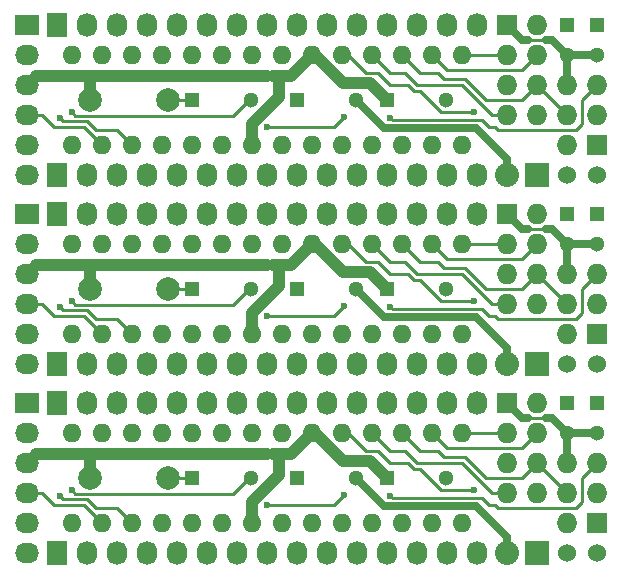
<source format=gtl>
G04 #@! TF.FileFunction,Copper,L1,Top,Signal*
%FSLAX46Y46*%
G04 Gerber Fmt 4.6, Leading zero omitted, Abs format (unit mm)*
G04 Created by KiCad (PCBNEW 4.0.0-rc2-stable) date 20/11/2015 20:33:50*
%MOMM*%
G01*
G04 APERTURE LIST*
%ADD10C,0.100000*%
%ADD11R,1.727200X2.032000*%
%ADD12O,1.727200X2.032000*%
%ADD13R,1.727200X1.727200*%
%ADD14O,1.727200X1.727200*%
%ADD15R,2.032000X2.032000*%
%ADD16O,2.032000X2.032000*%
%ADD17R,1.300000X1.300000*%
%ADD18C,1.300000*%
%ADD19C,1.998980*%
%ADD20O,1.600000X1.600000*%
%ADD21R,2.032000X1.727200*%
%ADD22O,2.032000X1.727200*%
%ADD23C,1.524000*%
%ADD24C,0.600000*%
%ADD25C,1.000000*%
%ADD26C,0.250000*%
%ADD27C,0.700000*%
G04 APERTURE END LIST*
D10*
D11*
X199390000Y-132080000D03*
D12*
X201930000Y-132080000D03*
X204470000Y-132080000D03*
X207010000Y-132080000D03*
X209550000Y-132080000D03*
X212090000Y-132080000D03*
X214630000Y-132080000D03*
X217170000Y-132080000D03*
X219710000Y-132080000D03*
X222250000Y-132080000D03*
X224790000Y-132080000D03*
X227330000Y-132080000D03*
X229870000Y-132080000D03*
X232410000Y-132080000D03*
X234950000Y-132080000D03*
D13*
X237490000Y-132080000D03*
D14*
X240030000Y-132080000D03*
X237490000Y-134620000D03*
X240030000Y-134620000D03*
X237490000Y-137160000D03*
X240030000Y-137160000D03*
X237490000Y-139700000D03*
X240030000Y-139700000D03*
D15*
X240030000Y-128778000D03*
D16*
X237490000Y-128778000D03*
D13*
X237490000Y-116078000D03*
D14*
X240030000Y-116078000D03*
X237490000Y-118618000D03*
X240030000Y-118618000D03*
X237490000Y-121158000D03*
X240030000Y-121158000D03*
X237490000Y-123698000D03*
X240030000Y-123698000D03*
D17*
X245110000Y-116078000D03*
D18*
X245110000Y-118578000D03*
D13*
X245110000Y-126238000D03*
D14*
X242570000Y-126238000D03*
X245110000Y-123698000D03*
X242570000Y-123698000D03*
X245110000Y-121158000D03*
X242570000Y-121158000D03*
D19*
X202184000Y-122428000D03*
X208788000Y-122428000D03*
D17*
X242570000Y-116078000D03*
D18*
X242570000Y-118578000D03*
D11*
X199390000Y-128778000D03*
D12*
X201930000Y-128778000D03*
X204470000Y-128778000D03*
X207010000Y-128778000D03*
X209550000Y-128778000D03*
X212090000Y-128778000D03*
X214630000Y-128778000D03*
X217170000Y-128778000D03*
X219710000Y-128778000D03*
X222250000Y-128778000D03*
X224790000Y-128778000D03*
X227330000Y-128778000D03*
X229870000Y-128778000D03*
X232410000Y-128778000D03*
X234950000Y-128778000D03*
D20*
X200660000Y-126238000D03*
X203200000Y-126238000D03*
X205740000Y-126238000D03*
X208280000Y-126238000D03*
X210820000Y-126238000D03*
X213360000Y-126238000D03*
X215900000Y-126238000D03*
X218440000Y-126238000D03*
X220980000Y-126238000D03*
X223520000Y-126238000D03*
X226060000Y-126238000D03*
X228600000Y-126238000D03*
X231140000Y-126238000D03*
X233680000Y-126238000D03*
X233680000Y-118618000D03*
X231140000Y-118618000D03*
X228600000Y-118618000D03*
X226060000Y-118618000D03*
X223520000Y-118618000D03*
X220980000Y-118618000D03*
X218440000Y-118618000D03*
X215900000Y-118618000D03*
X213360000Y-118618000D03*
X210820000Y-118618000D03*
X208280000Y-118618000D03*
X205740000Y-118618000D03*
X203200000Y-118618000D03*
X200660000Y-118618000D03*
D11*
X199390000Y-116078000D03*
D12*
X201930000Y-116078000D03*
X204470000Y-116078000D03*
X207010000Y-116078000D03*
X209550000Y-116078000D03*
X212090000Y-116078000D03*
X214630000Y-116078000D03*
X217170000Y-116078000D03*
X219710000Y-116078000D03*
X222250000Y-116078000D03*
X224790000Y-116078000D03*
X227330000Y-116078000D03*
X229870000Y-116078000D03*
X232410000Y-116078000D03*
X234950000Y-116078000D03*
D21*
X196850000Y-116078000D03*
D22*
X196850000Y-118618000D03*
X196850000Y-121158000D03*
X196850000Y-123698000D03*
X196850000Y-126238000D03*
X196850000Y-128778000D03*
D17*
X227330000Y-122428000D03*
D18*
X232330000Y-122428000D03*
D17*
X219710000Y-122428000D03*
D18*
X224710000Y-122428000D03*
D17*
X210820000Y-122428000D03*
D18*
X215820000Y-122428000D03*
D23*
X242570000Y-128778000D03*
X245110000Y-128778000D03*
D15*
X240030000Y-144780000D03*
D16*
X237490000Y-144780000D03*
D13*
X237490000Y-132080000D03*
D14*
X240030000Y-132080000D03*
X237490000Y-134620000D03*
X240030000Y-134620000D03*
X237490000Y-137160000D03*
X240030000Y-137160000D03*
X237490000Y-139700000D03*
X240030000Y-139700000D03*
D17*
X245110000Y-132080000D03*
D18*
X245110000Y-134580000D03*
D13*
X245110000Y-142240000D03*
D14*
X242570000Y-142240000D03*
X245110000Y-139700000D03*
X242570000Y-139700000D03*
X245110000Y-137160000D03*
X242570000Y-137160000D03*
D19*
X202184000Y-138430000D03*
X208788000Y-138430000D03*
D17*
X242570000Y-132080000D03*
D18*
X242570000Y-134580000D03*
D11*
X199390000Y-144780000D03*
D12*
X201930000Y-144780000D03*
X204470000Y-144780000D03*
X207010000Y-144780000D03*
X209550000Y-144780000D03*
X212090000Y-144780000D03*
X214630000Y-144780000D03*
X217170000Y-144780000D03*
X219710000Y-144780000D03*
X222250000Y-144780000D03*
X224790000Y-144780000D03*
X227330000Y-144780000D03*
X229870000Y-144780000D03*
X232410000Y-144780000D03*
X234950000Y-144780000D03*
D20*
X200660000Y-142240000D03*
X203200000Y-142240000D03*
X205740000Y-142240000D03*
X208280000Y-142240000D03*
X210820000Y-142240000D03*
X213360000Y-142240000D03*
X215900000Y-142240000D03*
X218440000Y-142240000D03*
X220980000Y-142240000D03*
X223520000Y-142240000D03*
X226060000Y-142240000D03*
X228600000Y-142240000D03*
X231140000Y-142240000D03*
X233680000Y-142240000D03*
X233680000Y-134620000D03*
X231140000Y-134620000D03*
X228600000Y-134620000D03*
X226060000Y-134620000D03*
X223520000Y-134620000D03*
X220980000Y-134620000D03*
X218440000Y-134620000D03*
X215900000Y-134620000D03*
X213360000Y-134620000D03*
X210820000Y-134620000D03*
X208280000Y-134620000D03*
X205740000Y-134620000D03*
X203200000Y-134620000D03*
X200660000Y-134620000D03*
D11*
X199390000Y-132080000D03*
D12*
X201930000Y-132080000D03*
X204470000Y-132080000D03*
X207010000Y-132080000D03*
X209550000Y-132080000D03*
X212090000Y-132080000D03*
X214630000Y-132080000D03*
X217170000Y-132080000D03*
X219710000Y-132080000D03*
X222250000Y-132080000D03*
X224790000Y-132080000D03*
X227330000Y-132080000D03*
X229870000Y-132080000D03*
X232410000Y-132080000D03*
X234950000Y-132080000D03*
D21*
X196850000Y-132080000D03*
D22*
X196850000Y-134620000D03*
X196850000Y-137160000D03*
X196850000Y-139700000D03*
X196850000Y-142240000D03*
X196850000Y-144780000D03*
D17*
X227330000Y-138430000D03*
D18*
X232330000Y-138430000D03*
D17*
X219710000Y-138430000D03*
D18*
X224710000Y-138430000D03*
D17*
X210820000Y-138430000D03*
D18*
X215820000Y-138430000D03*
D23*
X242570000Y-144780000D03*
X245110000Y-144780000D03*
D15*
X240030000Y-112776000D03*
D16*
X237490000Y-112776000D03*
D13*
X237490000Y-100076000D03*
D14*
X240030000Y-100076000D03*
X237490000Y-102616000D03*
X240030000Y-102616000D03*
X237490000Y-105156000D03*
X240030000Y-105156000D03*
X237490000Y-107696000D03*
X240030000Y-107696000D03*
D17*
X245110000Y-100076000D03*
D18*
X245110000Y-102576000D03*
D13*
X245110000Y-110236000D03*
D14*
X242570000Y-110236000D03*
X245110000Y-107696000D03*
X242570000Y-107696000D03*
X245110000Y-105156000D03*
X242570000Y-105156000D03*
D19*
X202184000Y-106426000D03*
X208788000Y-106426000D03*
D17*
X242570000Y-100076000D03*
D18*
X242570000Y-102576000D03*
D11*
X199390000Y-112776000D03*
D12*
X201930000Y-112776000D03*
X204470000Y-112776000D03*
X207010000Y-112776000D03*
X209550000Y-112776000D03*
X212090000Y-112776000D03*
X214630000Y-112776000D03*
X217170000Y-112776000D03*
X219710000Y-112776000D03*
X222250000Y-112776000D03*
X224790000Y-112776000D03*
X227330000Y-112776000D03*
X229870000Y-112776000D03*
X232410000Y-112776000D03*
X234950000Y-112776000D03*
D20*
X200660000Y-110236000D03*
X203200000Y-110236000D03*
X205740000Y-110236000D03*
X208280000Y-110236000D03*
X210820000Y-110236000D03*
X213360000Y-110236000D03*
X215900000Y-110236000D03*
X218440000Y-110236000D03*
X220980000Y-110236000D03*
X223520000Y-110236000D03*
X226060000Y-110236000D03*
X228600000Y-110236000D03*
X231140000Y-110236000D03*
X233680000Y-110236000D03*
X233680000Y-102616000D03*
X231140000Y-102616000D03*
X228600000Y-102616000D03*
X226060000Y-102616000D03*
X223520000Y-102616000D03*
X220980000Y-102616000D03*
X218440000Y-102616000D03*
X215900000Y-102616000D03*
X213360000Y-102616000D03*
X210820000Y-102616000D03*
X208280000Y-102616000D03*
X205740000Y-102616000D03*
X203200000Y-102616000D03*
X200660000Y-102616000D03*
D11*
X199390000Y-100076000D03*
D12*
X201930000Y-100076000D03*
X204470000Y-100076000D03*
X207010000Y-100076000D03*
X209550000Y-100076000D03*
X212090000Y-100076000D03*
X214630000Y-100076000D03*
X217170000Y-100076000D03*
X219710000Y-100076000D03*
X222250000Y-100076000D03*
X224790000Y-100076000D03*
X227330000Y-100076000D03*
X229870000Y-100076000D03*
X232410000Y-100076000D03*
X234950000Y-100076000D03*
D21*
X196850000Y-100076000D03*
D22*
X196850000Y-102616000D03*
X196850000Y-105156000D03*
X196850000Y-107696000D03*
X196850000Y-110236000D03*
X196850000Y-112776000D03*
D17*
X227330000Y-106426000D03*
D18*
X232330000Y-106426000D03*
D17*
X219710000Y-106426000D03*
D18*
X224710000Y-106426000D03*
D17*
X210820000Y-106426000D03*
D18*
X215820000Y-106426000D03*
D23*
X242570000Y-112776000D03*
X245110000Y-112776000D03*
D24*
X217170000Y-124714000D03*
X223723200Y-123850400D03*
X227634800Y-123901200D03*
X217170000Y-140716000D03*
X223723200Y-139852400D03*
X227634800Y-139903200D03*
X217170000Y-108712000D03*
X223723200Y-107848400D03*
X227634800Y-107899200D03*
X200660000Y-123444000D03*
X200660000Y-139446000D03*
X200660000Y-107442000D03*
X199644000Y-123952000D03*
X199644000Y-139954000D03*
X199644000Y-107950000D03*
X234696000Y-123444000D03*
X234696000Y-139446000D03*
X234696000Y-107442000D03*
D25*
X220980000Y-118618000D02*
X221234000Y-118618000D01*
X221234000Y-118618000D02*
X223583002Y-120967002D01*
X225869002Y-120967002D02*
X227330000Y-122428000D01*
X223583002Y-120967002D02*
X225869002Y-120967002D01*
X215900000Y-126238000D02*
X215900000Y-124460000D01*
X218186000Y-122174000D02*
X218186000Y-120396000D01*
X215900000Y-124460000D02*
X218186000Y-122174000D01*
X202184000Y-122428000D02*
X202184000Y-120396000D01*
D26*
X196850000Y-121158000D02*
X197612000Y-120396000D01*
D25*
X219202000Y-120396000D02*
X220980000Y-118618000D01*
X197612000Y-120396000D02*
X202184000Y-120396000D01*
X202184000Y-120396000D02*
X217170000Y-120396000D01*
D26*
X217170000Y-120396000D02*
X217678000Y-120396000D01*
D25*
X217678000Y-120396000D02*
X218186000Y-120396000D01*
X218186000Y-120396000D02*
X219202000Y-120396000D01*
X220980000Y-134620000D02*
X221234000Y-134620000D01*
X221234000Y-134620000D02*
X223583002Y-136969002D01*
X225869002Y-136969002D02*
X227330000Y-138430000D01*
X223583002Y-136969002D02*
X225869002Y-136969002D01*
X215900000Y-142240000D02*
X215900000Y-140462000D01*
X218186000Y-138176000D02*
X218186000Y-136398000D01*
X215900000Y-140462000D02*
X218186000Y-138176000D01*
X202184000Y-138430000D02*
X202184000Y-136398000D01*
D26*
X196850000Y-137160000D02*
X197612000Y-136398000D01*
D25*
X219202000Y-136398000D02*
X220980000Y-134620000D01*
X197612000Y-136398000D02*
X202184000Y-136398000D01*
X202184000Y-136398000D02*
X217170000Y-136398000D01*
D26*
X217170000Y-136398000D02*
X217678000Y-136398000D01*
D25*
X217678000Y-136398000D02*
X218186000Y-136398000D01*
X218186000Y-136398000D02*
X219202000Y-136398000D01*
X220980000Y-102616000D02*
X221234000Y-102616000D01*
X221234000Y-102616000D02*
X223583002Y-104965002D01*
X225869002Y-104965002D02*
X227330000Y-106426000D01*
X223583002Y-104965002D02*
X225869002Y-104965002D01*
X215900000Y-110236000D02*
X215900000Y-108458000D01*
X218186000Y-106172000D02*
X218186000Y-104394000D01*
X215900000Y-108458000D02*
X218186000Y-106172000D01*
X202184000Y-106426000D02*
X202184000Y-104394000D01*
D26*
X196850000Y-105156000D02*
X197612000Y-104394000D01*
D25*
X219202000Y-104394000D02*
X220980000Y-102616000D01*
X197612000Y-104394000D02*
X202184000Y-104394000D01*
X202184000Y-104394000D02*
X217170000Y-104394000D01*
D26*
X217170000Y-104394000D02*
X217678000Y-104394000D01*
D25*
X217678000Y-104394000D02*
X218186000Y-104394000D01*
X218186000Y-104394000D02*
X219202000Y-104394000D01*
D27*
X237490000Y-128778000D02*
X237490000Y-127431800D01*
X227097600Y-124815600D02*
X224710000Y-122428000D01*
X234873800Y-124815600D02*
X227097600Y-124815600D01*
X237490000Y-127431800D02*
X234873800Y-124815600D01*
X237490000Y-116078000D02*
X238760000Y-117348000D01*
X241340000Y-117348000D02*
X240828800Y-117348000D01*
D26*
X239268000Y-117348000D02*
X240828800Y-117348000D01*
D27*
X241340000Y-117348000D02*
X242570000Y-118578000D01*
X238760000Y-117348000D02*
X239268000Y-117348000D01*
X242570000Y-118578000D02*
X242570000Y-121158000D01*
X242570000Y-118578000D02*
X245110000Y-118578000D01*
D26*
X237490000Y-116078000D02*
X237998000Y-116078000D01*
D27*
X237490000Y-144780000D02*
X237490000Y-143433800D01*
X227097600Y-140817600D02*
X224710000Y-138430000D01*
X234873800Y-140817600D02*
X227097600Y-140817600D01*
X237490000Y-143433800D02*
X234873800Y-140817600D01*
X237490000Y-132080000D02*
X238760000Y-133350000D01*
X241340000Y-133350000D02*
X240828800Y-133350000D01*
D26*
X239268000Y-133350000D02*
X240828800Y-133350000D01*
D27*
X241340000Y-133350000D02*
X242570000Y-134580000D01*
X238760000Y-133350000D02*
X239268000Y-133350000D01*
X242570000Y-134580000D02*
X242570000Y-137160000D01*
X242570000Y-134580000D02*
X245110000Y-134580000D01*
D26*
X237490000Y-132080000D02*
X237998000Y-132080000D01*
D27*
X237490000Y-112776000D02*
X237490000Y-111429800D01*
X227097600Y-108813600D02*
X224710000Y-106426000D01*
X234873800Y-108813600D02*
X227097600Y-108813600D01*
X237490000Y-111429800D02*
X234873800Y-108813600D01*
X237490000Y-100076000D02*
X238760000Y-101346000D01*
X241340000Y-101346000D02*
X240828800Y-101346000D01*
D26*
X239268000Y-101346000D02*
X240828800Y-101346000D01*
D27*
X241340000Y-101346000D02*
X242570000Y-102576000D01*
X238760000Y-101346000D02*
X239268000Y-101346000D01*
X242570000Y-102576000D02*
X242570000Y-105156000D01*
X242570000Y-102576000D02*
X245110000Y-102576000D01*
D26*
X237490000Y-100076000D02*
X237998000Y-100076000D01*
X236474000Y-124714000D02*
X235991400Y-124714000D01*
X236474000Y-124714000D02*
X236728000Y-124968000D01*
X236728000Y-124968000D02*
X241554000Y-124968000D01*
X222859600Y-124714000D02*
X217170000Y-124714000D01*
X223723200Y-123850400D02*
X222859600Y-124714000D01*
X227838000Y-124104400D02*
X227634800Y-123901200D01*
X235381800Y-124104400D02*
X227838000Y-124104400D01*
X235991400Y-124714000D02*
X235381800Y-124104400D01*
X243840000Y-122428000D02*
X245110000Y-121158000D01*
X243840000Y-124460000D02*
X243840000Y-122428000D01*
X243332000Y-124968000D02*
X243840000Y-124460000D01*
X241554000Y-124968000D02*
X243332000Y-124968000D01*
X241554000Y-124968000D02*
X241554000Y-124968000D01*
X208788000Y-122428000D02*
X210820000Y-122428000D01*
X236474000Y-140716000D02*
X235991400Y-140716000D01*
X236474000Y-140716000D02*
X236728000Y-140970000D01*
X236728000Y-140970000D02*
X241554000Y-140970000D01*
X222859600Y-140716000D02*
X217170000Y-140716000D01*
X223723200Y-139852400D02*
X222859600Y-140716000D01*
X227838000Y-140106400D02*
X227634800Y-139903200D01*
X235381800Y-140106400D02*
X227838000Y-140106400D01*
X235991400Y-140716000D02*
X235381800Y-140106400D01*
X243840000Y-138430000D02*
X245110000Y-137160000D01*
X243840000Y-140462000D02*
X243840000Y-138430000D01*
X243332000Y-140970000D02*
X243840000Y-140462000D01*
X241554000Y-140970000D02*
X243332000Y-140970000D01*
X241554000Y-140970000D02*
X241554000Y-140970000D01*
X208788000Y-138430000D02*
X210820000Y-138430000D01*
X236474000Y-108712000D02*
X235991400Y-108712000D01*
X236474000Y-108712000D02*
X236728000Y-108966000D01*
X236728000Y-108966000D02*
X241554000Y-108966000D01*
X222859600Y-108712000D02*
X217170000Y-108712000D01*
X223723200Y-107848400D02*
X222859600Y-108712000D01*
X227838000Y-108102400D02*
X227634800Y-107899200D01*
X235381800Y-108102400D02*
X227838000Y-108102400D01*
X235991400Y-108712000D02*
X235381800Y-108102400D01*
X243840000Y-106426000D02*
X245110000Y-105156000D01*
X243840000Y-108458000D02*
X243840000Y-106426000D01*
X243332000Y-108966000D02*
X243840000Y-108458000D01*
X241554000Y-108966000D02*
X243332000Y-108966000D01*
X241554000Y-108966000D02*
X241554000Y-108966000D01*
X208788000Y-106426000D02*
X210820000Y-106426000D01*
X200660000Y-123444000D02*
X200971998Y-123755998D01*
X200971998Y-123755998D02*
X214318002Y-123755998D01*
X214318002Y-123755998D02*
X215646000Y-122428000D01*
X215646000Y-122428000D02*
X215820000Y-122428000D01*
X200660000Y-139446000D02*
X200971998Y-139757998D01*
X200971998Y-139757998D02*
X214318002Y-139757998D01*
X214318002Y-139757998D02*
X215646000Y-138430000D01*
X215646000Y-138430000D02*
X215820000Y-138430000D01*
X200660000Y-107442000D02*
X200971998Y-107753998D01*
X200971998Y-107753998D02*
X214318002Y-107753998D01*
X214318002Y-107753998D02*
X215646000Y-106426000D01*
X215646000Y-106426000D02*
X215820000Y-106426000D01*
X196850000Y-123698000D02*
X198120000Y-123698000D01*
X201676000Y-124714000D02*
X203200000Y-126238000D01*
X199136000Y-124714000D02*
X201676000Y-124714000D01*
X198120000Y-123698000D02*
X199136000Y-124714000D01*
X196850000Y-139700000D02*
X198120000Y-139700000D01*
X201676000Y-140716000D02*
X203200000Y-142240000D01*
X199136000Y-140716000D02*
X201676000Y-140716000D01*
X198120000Y-139700000D02*
X199136000Y-140716000D01*
X196850000Y-107696000D02*
X198120000Y-107696000D01*
X201676000Y-108712000D02*
X203200000Y-110236000D01*
X199136000Y-108712000D02*
X201676000Y-108712000D01*
X198120000Y-107696000D02*
X199136000Y-108712000D01*
X204470000Y-124968000D02*
X205740000Y-126238000D01*
X202692000Y-124968000D02*
X204470000Y-124968000D01*
X201930000Y-124206000D02*
X202692000Y-124968000D01*
X199898000Y-124206000D02*
X201930000Y-124206000D01*
X199644000Y-123952000D02*
X199898000Y-124206000D01*
X204470000Y-140970000D02*
X205740000Y-142240000D01*
X202692000Y-140970000D02*
X204470000Y-140970000D01*
X201930000Y-140208000D02*
X202692000Y-140970000D01*
X199898000Y-140208000D02*
X201930000Y-140208000D01*
X199644000Y-139954000D02*
X199898000Y-140208000D01*
X204470000Y-108966000D02*
X205740000Y-110236000D01*
X202692000Y-108966000D02*
X204470000Y-108966000D01*
X201930000Y-108204000D02*
X202692000Y-108966000D01*
X199898000Y-108204000D02*
X201930000Y-108204000D01*
X199644000Y-107950000D02*
X199898000Y-108204000D01*
X233680000Y-118618000D02*
X237490000Y-118618000D01*
X233680000Y-134620000D02*
X237490000Y-134620000D01*
X233680000Y-102616000D02*
X237490000Y-102616000D01*
X231140000Y-118618000D02*
X232410000Y-119888000D01*
X238760000Y-119888000D02*
X240030000Y-118618000D01*
X232410000Y-119888000D02*
X238760000Y-119888000D01*
X231140000Y-134620000D02*
X232410000Y-135890000D01*
X238760000Y-135890000D02*
X240030000Y-134620000D01*
X232410000Y-135890000D02*
X238760000Y-135890000D01*
X231140000Y-102616000D02*
X232410000Y-103886000D01*
X238760000Y-103886000D02*
X240030000Y-102616000D01*
X232410000Y-103886000D02*
X238760000Y-103886000D01*
X228600000Y-118618000D02*
X230124000Y-120142000D01*
X238760000Y-122428000D02*
X240030000Y-121158000D01*
X235712000Y-122428000D02*
X238760000Y-122428000D01*
X233934000Y-120650000D02*
X235712000Y-122428000D01*
X232156000Y-120650000D02*
X233934000Y-120650000D01*
X231648000Y-120142000D02*
X232156000Y-120650000D01*
X230124000Y-120142000D02*
X231648000Y-120142000D01*
X240030000Y-121158000D02*
X242570000Y-123698000D01*
X228600000Y-134620000D02*
X230124000Y-136144000D01*
X238760000Y-138430000D02*
X240030000Y-137160000D01*
X235712000Y-138430000D02*
X238760000Y-138430000D01*
X233934000Y-136652000D02*
X235712000Y-138430000D01*
X232156000Y-136652000D02*
X233934000Y-136652000D01*
X231648000Y-136144000D02*
X232156000Y-136652000D01*
X230124000Y-136144000D02*
X231648000Y-136144000D01*
X240030000Y-137160000D02*
X242570000Y-139700000D01*
X228600000Y-102616000D02*
X230124000Y-104140000D01*
X238760000Y-106426000D02*
X240030000Y-105156000D01*
X235712000Y-106426000D02*
X238760000Y-106426000D01*
X233934000Y-104648000D02*
X235712000Y-106426000D01*
X232156000Y-104648000D02*
X233934000Y-104648000D01*
X231648000Y-104140000D02*
X232156000Y-104648000D01*
X230124000Y-104140000D02*
X231648000Y-104140000D01*
X240030000Y-105156000D02*
X242570000Y-107696000D01*
X226060000Y-118618000D02*
X227584000Y-120142000D01*
X236220000Y-123698000D02*
X237490000Y-123698000D01*
X233680000Y-121158000D02*
X236220000Y-123698000D01*
X229870000Y-121158000D02*
X233680000Y-121158000D01*
X228854000Y-120142000D02*
X229870000Y-121158000D01*
X227584000Y-120142000D02*
X228854000Y-120142000D01*
X226060000Y-134620000D02*
X227584000Y-136144000D01*
X236220000Y-139700000D02*
X237490000Y-139700000D01*
X233680000Y-137160000D02*
X236220000Y-139700000D01*
X229870000Y-137160000D02*
X233680000Y-137160000D01*
X228854000Y-136144000D02*
X229870000Y-137160000D01*
X227584000Y-136144000D02*
X228854000Y-136144000D01*
X226060000Y-102616000D02*
X227584000Y-104140000D01*
X236220000Y-107696000D02*
X237490000Y-107696000D01*
X233680000Y-105156000D02*
X236220000Y-107696000D01*
X229870000Y-105156000D02*
X233680000Y-105156000D01*
X228854000Y-104140000D02*
X229870000Y-105156000D01*
X227584000Y-104140000D02*
X228854000Y-104140000D01*
X229108000Y-121158000D02*
X229616000Y-121666000D01*
X227584000Y-121158000D02*
X229108000Y-121158000D01*
X226568000Y-120142000D02*
X227584000Y-121158000D01*
X225552000Y-120142000D02*
X226568000Y-120142000D01*
X224028000Y-118618000D02*
X225552000Y-120142000D01*
X231902000Y-123444000D02*
X234696000Y-123444000D01*
X230124000Y-121666000D02*
X231902000Y-123444000D01*
X229616000Y-121666000D02*
X230124000Y-121666000D01*
X223520000Y-118618000D02*
X224028000Y-118618000D01*
X229108000Y-137160000D02*
X229616000Y-137668000D01*
X227584000Y-137160000D02*
X229108000Y-137160000D01*
X226568000Y-136144000D02*
X227584000Y-137160000D01*
X225552000Y-136144000D02*
X226568000Y-136144000D01*
X224028000Y-134620000D02*
X225552000Y-136144000D01*
X231902000Y-139446000D02*
X234696000Y-139446000D01*
X230124000Y-137668000D02*
X231902000Y-139446000D01*
X229616000Y-137668000D02*
X230124000Y-137668000D01*
X223520000Y-134620000D02*
X224028000Y-134620000D01*
X229108000Y-105156000D02*
X229616000Y-105664000D01*
X227584000Y-105156000D02*
X229108000Y-105156000D01*
X226568000Y-104140000D02*
X227584000Y-105156000D01*
X225552000Y-104140000D02*
X226568000Y-104140000D01*
X224028000Y-102616000D02*
X225552000Y-104140000D01*
X231902000Y-107442000D02*
X234696000Y-107442000D01*
X230124000Y-105664000D02*
X231902000Y-107442000D01*
X229616000Y-105664000D02*
X230124000Y-105664000D01*
X223520000Y-102616000D02*
X224028000Y-102616000D01*
M02*

</source>
